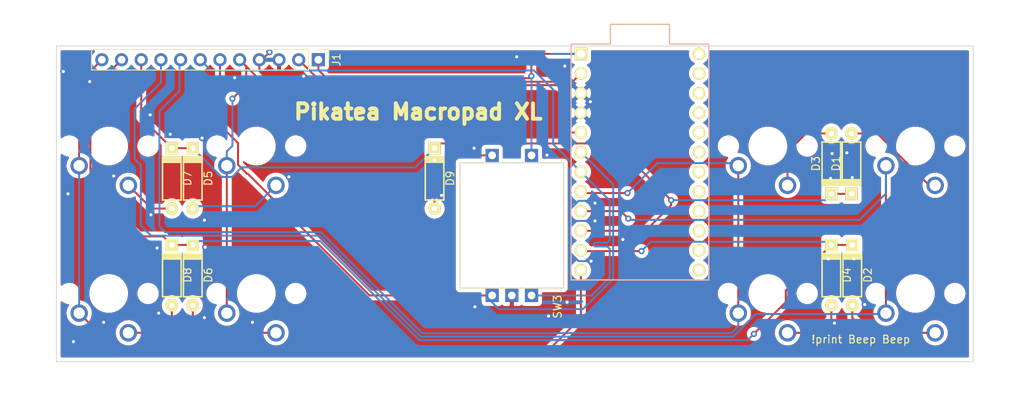
<source format=kicad_pcb>
(kicad_pcb (version 20171130) (host pcbnew "(5.1.5)-3")
  (layers (0 F.Cu signal) (31 B.Cu signal) (34 B.Paste user) (35 F.Paste user) (36 B.SilkS user) (37 F.SilkS user) (38 B.Mask user) (39 F.Mask user) (44 Edge.Cuts user))
  (net 0 "")
  (net 1 /D9)
  (net 2 /D7)
  (net 3 /D8)
  (net 4 /A4)
  (net 5 /A3)
  (net 6 /A0)
  (net 7 "Net-(J1-Pad2)")
  (net 8 GND)
  (net 9 /A)
  (net 10 /B)
  (net 11 /A10)
  (net 12 "Net-(D1-Pad2)")
  (net 13 "Net-(D2-Pad2)")
  (net 14 "Net-(D3-Pad2)")
  (net 15 "Net-(D4-Pad2)")
  (net 16 "Net-(D5-Pad2)")
  (net 17 "Net-(D6-Pad2)")
  (net 18 "Net-(D7-Pad2)")
  (net 19 "Net-(D8-Pad2)")
  (net 20 "Net-(D9-Pad2)")
  (module MX_Only:MXOnly-1U-NoLED (layer B.Cu) (at 95.051479 88.32366)
    (fp_text reference MX8)
    (fp_text value MX-LED)
    (pad 2 thru_hole circle (at 2.54 5.08) (size 2.25 2.25) (drill 1.47) (layers *.Cu F.Mask) (net 18 "Net-(D7-Pad2)"))
    (pad "" np_thru_hole circle (at 0 0) (size 3.9878 3.9878) (drill 3.9878) (layers *.Cu *.Mask))
    (pad 1 thru_hole circle (at -3.81 2.54) (size 2.25 2.25) (drill 1.47) (layers *.Cu F.Mask) (net 4 /A4))
    (pad "" np_thru_hole circle (at -5.08 0 311.9004) (size 1.75 1.75) (drill 1.75) (layers *.Cu *.Mask))
    (pad "" np_thru_hole circle (at 5.08 0 311.9004) (size 1.75 1.75) (drill 1.75) (layers *.Cu *.Mask))
  )
  (module MX_Only:MXOnly-1U-NoLED (layer B.Cu) (at 114.10148 88.32366)
    (fp_text reference MX7)
    (fp_text value MX-LED)
    (pad 2 thru_hole circle (at 2.54 5.08) (size 2.25 2.25) (drill 1.47) (layers *.Cu F.Mask) (net 16 "Net-(D5-Pad2)"))
    (pad "" np_thru_hole circle (at 0 0) (size 3.9878 3.9878) (drill 3.9878) (layers *.Cu *.Mask))
    (pad 1 thru_hole circle (at -3.81 2.54) (size 2.25 2.25) (drill 1.47) (layers *.Cu F.Mask) (net 3 /D8))
    (pad "" np_thru_hole circle (at -5.08 0 311.9004) (size 1.75 1.75) (drill 1.75) (layers *.Cu *.Mask))
    (pad "" np_thru_hole circle (at 5.08 0 311.9004) (size 1.75 1.75) (drill 1.75) (layers *.Cu *.Mask))
  )
  (module MX_Only:MXOnly-1U-NoLED (layer B.Cu) (at 180.10148 88.32366)
    (fp_text reference MX6)
    (fp_text value MX-LED)
    (pad 2 thru_hole circle (at 2.54 5.08) (size 2.25 2.25) (drill 1.47) (layers *.Cu F.Mask) (net 14 "Net-(D3-Pad2)"))
    (pad "" np_thru_hole circle (at 0 0) (size 3.9878 3.9878) (drill 3.9878) (layers *.Cu *.Mask))
    (pad 1 thru_hole circle (at -3.81 2.54) (size 2.25 2.25) (drill 1.47) (layers *.Cu F.Mask) (net 2 /D7))
    (pad "" np_thru_hole circle (at -5.08 0 311.9004) (size 1.75 1.75) (drill 1.75) (layers *.Cu *.Mask))
    (pad "" np_thru_hole circle (at 5.08 0 311.9004) (size 1.75 1.75) (drill 1.75) (layers *.Cu *.Mask))
  )
  (module MX_Only:MXOnly-1U-NoLED (layer B.Cu) (at 199.15148 88.32366)
    (fp_text reference MX5)
    (fp_text value MX-LED)
    (pad 2 thru_hole circle (at 2.54 5.08) (size 2.25 2.25) (drill 1.47) (layers *.Cu F.Mask) (net 12 "Net-(D1-Pad2)"))
    (pad "" np_thru_hole circle (at 0 0) (size 3.9878 3.9878) (drill 3.9878) (layers *.Cu *.Mask))
    (pad 1 thru_hole circle (at -3.81 2.54) (size 2.25 2.25) (drill 1.47) (layers *.Cu F.Mask) (net 1 /D9))
    (pad "" np_thru_hole circle (at -5.08 0 311.9004) (size 1.75 1.75) (drill 1.75) (layers *.Cu *.Mask))
    (pad "" np_thru_hole circle (at 5.08 0 311.9004) (size 1.75 1.75) (drill 1.75) (layers *.Cu *.Mask))
  )
  (module MX_Only:MXOnly-1U-NoLED (layer B.Cu) (at 95.051479 107.37366)
    (fp_text reference MX4)
    (fp_text value MX-LED)
    (pad 2 thru_hole circle (at 2.54 5.08) (size 2.25 2.25) (drill 1.47) (layers *.Cu F.Mask) (net 19 "Net-(D8-Pad2)"))
    (pad "" np_thru_hole circle (at 0 0) (size 3.9878 3.9878) (drill 3.9878) (layers *.Cu *.Mask))
    (pad 1 thru_hole circle (at -3.81 2.54) (size 2.25 2.25) (drill 1.47) (layers *.Cu F.Mask) (net 4 /A4))
    (pad "" np_thru_hole circle (at -5.08 0 311.9004) (size 1.75 1.75) (drill 1.75) (layers *.Cu *.Mask))
    (pad "" np_thru_hole circle (at 5.08 0 311.9004) (size 1.75 1.75) (drill 1.75) (layers *.Cu *.Mask))
  )
  (module MX_Only:MXOnly-1U-NoLED (layer B.Cu) (at 114.10148 107.373659)
    (fp_text reference MX3)
    (fp_text value MX-LED)
    (pad 2 thru_hole circle (at 2.54 5.08) (size 2.25 2.25) (drill 1.47) (layers *.Cu F.Mask) (net 17 "Net-(D6-Pad2)"))
    (pad "" np_thru_hole circle (at 0 0) (size 3.9878 3.9878) (drill 3.9878) (layers *.Cu *.Mask))
    (pad 1 thru_hole circle (at -3.81 2.54) (size 2.25 2.25) (drill 1.47) (layers *.Cu F.Mask) (net 3 /D8))
    (pad "" np_thru_hole circle (at -5.08 0 311.9004) (size 1.75 1.75) (drill 1.75) (layers *.Cu *.Mask))
    (pad "" np_thru_hole circle (at 5.08 0 311.9004) (size 1.75 1.75) (drill 1.75) (layers *.Cu *.Mask))
  )
  (module MX_Only:MXOnly-1U-NoLED (layer B.Cu) (at 180.10148 107.373659)
    (fp_text reference MX2)
    (fp_text value MX-LED)
    (pad 2 thru_hole circle (at 2.54 5.08) (size 2.25 2.25) (drill 1.47) (layers *.Cu F.Mask) (net 15 "Net-(D4-Pad2)"))
    (pad "" np_thru_hole circle (at 0 0) (size 3.9878 3.9878) (drill 3.9878) (layers *.Cu *.Mask))
    (pad 1 thru_hole circle (at -3.81 2.54) (size 2.25 2.25) (drill 1.47) (layers *.Cu F.Mask) (net 2 /D7))
    (pad "" np_thru_hole circle (at -5.08 0 311.9004) (size 1.75 1.75) (drill 1.75) (layers *.Cu *.Mask))
    (pad "" np_thru_hole circle (at 5.08 0 311.9004) (size 1.75 1.75) (drill 1.75) (layers *.Cu *.Mask))
  )
  (module MX_Only:MXOnly-1U-NoLED (layer B.Cu) (at 199.15148 107.373659)
    (fp_text reference MX1)
    (fp_text value MX-LED)
    (pad 2 thru_hole circle (at 2.54 5.08) (size 2.25 2.25) (drill 1.47) (layers *.Cu F.Mask) (net 13 "Net-(D2-Pad2)"))
    (pad "" np_thru_hole circle (at 0 0) (size 3.9878 3.9878) (drill 3.9878) (layers *.Cu *.Mask))
    (pad 1 thru_hole circle (at -3.81 2.54) (size 2.25 2.25) (drill 1.47) (layers *.Cu F.Mask) (net 1 /D9))
    (pad "" np_thru_hole circle (at -5.08 0 311.9004) (size 1.75 1.75) (drill 1.75) (layers *.Cu *.Mask))
    (pad "" np_thru_hole circle (at 5.08 0 311.9004) (size 1.75 1.75) (drill 1.75) (layers *.Cu *.Mask))
  )
  (module keyboard_parts:D_axial (layer F.Cu) (at 190.9 90.6 90)
    (fp_text reference D1 (at 0 -2 90) (layer F.SilkS))
    (fp_text value 1N4148W)
    (fp_line (start -2.075 -1.2) (end -2.075 1.2) (layer F.SilkS) (width 0.2))
    (fp_line (start -2.175 -1.2) (end -2.175 1.2) (layer F.SilkS) (width 0.2))
    (fp_line (start -2.275 -1.2) (end -2.275 1.2) (layer F.SilkS) (width 0.2))
    (fp_line (start -2.45 -1.2) (end -2.45 1.2) (layer F.SilkS) (width 0.2))
    (fp_line (start -2.625 -1.2) (end -2.625 1.2) (layer F.SilkS) (width 0.2))
    (fp_line (start -2.8 -1.2) (end -2.8 1.2) (layer F.SilkS) (width 0.2))
    (fp_line (start -2.8 -1.2) (end 2.8 -1.2) (layer F.SilkS) (width 0.2))
    (fp_line (start 2.8 -1.2) (end 2.8 1.2) (layer F.SilkS) (width 0.2))
    (fp_line (start 2.8 1.2) (end -2.8 1.2) (layer F.SilkS) (width 0.2))
    (pad 2 thru_hole circle (at 3.9 0 90) (size 1.6 1.6) (drill 0.7) (layers *.Cu *.Mask F.SilkS) (net 12 "Net-(D1-Pad2)"))
    (pad 1 thru_hole rect (at -3.9 0 90) (size 1.6 1.6) (drill 0.7) (layers *.Cu *.Mask F.SilkS) (net 5 /A3))
  )
  (module keyboard_parts:D_axial (layer F.Cu) (at 191 105 270)
    (fp_text reference D2 (at 0 -2 90) (layer F.SilkS))
    (fp_text value 1N4148W)
    (fp_line (start -2.075 -1.2) (end -2.075 1.2) (layer F.SilkS) (width 0.2))
    (fp_line (start -2.175 -1.2) (end -2.175 1.2) (layer F.SilkS) (width 0.2))
    (fp_line (start -2.275 -1.2) (end -2.275 1.2) (layer F.SilkS) (width 0.2))
    (fp_line (start -2.45 -1.2) (end -2.45 1.2) (layer F.SilkS) (width 0.2))
    (fp_line (start -2.625 -1.2) (end -2.625 1.2) (layer F.SilkS) (width 0.2))
    (fp_line (start -2.8 -1.2) (end -2.8 1.2) (layer F.SilkS) (width 0.2))
    (fp_line (start -2.8 -1.2) (end 2.8 -1.2) (layer F.SilkS) (width 0.2))
    (fp_line (start 2.8 -1.2) (end 2.8 1.2) (layer F.SilkS) (width 0.2))
    (fp_line (start 2.8 1.2) (end -2.8 1.2) (layer F.SilkS) (width 0.2))
    (pad 2 thru_hole circle (at 3.9 0 270) (size 1.6 1.6) (drill 0.7) (layers *.Cu *.Mask F.SilkS) (net 13 "Net-(D2-Pad2)"))
    (pad 1 thru_hole rect (at -3.9 0 270) (size 1.6 1.6) (drill 0.7) (layers *.Cu *.Mask F.SilkS) (net 6 /A0))
  )
  (module keyboard_parts:D_axial (layer F.Cu) (at 188.3 90.6 90)
    (fp_text reference D3 (at 0 -2 90) (layer F.SilkS))
    (fp_text value 1N4148W)
    (fp_line (start -2.075 -1.2) (end -2.075 1.2) (layer F.SilkS) (width 0.2))
    (fp_line (start -2.175 -1.2) (end -2.175 1.2) (layer F.SilkS) (width 0.2))
    (fp_line (start -2.275 -1.2) (end -2.275 1.2) (layer F.SilkS) (width 0.2))
    (fp_line (start -2.45 -1.2) (end -2.45 1.2) (layer F.SilkS) (width 0.2))
    (fp_line (start -2.625 -1.2) (end -2.625 1.2) (layer F.SilkS) (width 0.2))
    (fp_line (start -2.8 -1.2) (end -2.8 1.2) (layer F.SilkS) (width 0.2))
    (fp_line (start -2.8 -1.2) (end 2.8 -1.2) (layer F.SilkS) (width 0.2))
    (fp_line (start 2.8 -1.2) (end 2.8 1.2) (layer F.SilkS) (width 0.2))
    (fp_line (start 2.8 1.2) (end -2.8 1.2) (layer F.SilkS) (width 0.2))
    (pad 2 thru_hole circle (at 3.9 0 90) (size 1.6 1.6) (drill 0.7) (layers *.Cu *.Mask F.SilkS) (net 14 "Net-(D3-Pad2)"))
    (pad 1 thru_hole rect (at -3.9 0 90) (size 1.6 1.6) (drill 0.7) (layers *.Cu *.Mask F.SilkS) (net 5 /A3))
  )
  (module keyboard_parts:D_axial (layer F.Cu) (at 188.3 105 270)
    (fp_text reference D4 (at 0 -2 270) (layer F.SilkS))
    (fp_text value 1N4148W)
    (fp_line (start -2.075 -1.2) (end -2.075 1.2) (layer F.SilkS) (width 0.2))
    (fp_line (start -2.175 -1.2) (end -2.175 1.2) (layer F.SilkS) (width 0.2))
    (fp_line (start -2.275 -1.2) (end -2.275 1.2) (layer F.SilkS) (width 0.2))
    (fp_line (start -2.45 -1.2) (end -2.45 1.2) (layer F.SilkS) (width 0.2))
    (fp_line (start -2.625 -1.2) (end -2.625 1.2) (layer F.SilkS) (width 0.2))
    (fp_line (start -2.8 -1.2) (end -2.8 1.2) (layer F.SilkS) (width 0.2))
    (fp_line (start -2.8 -1.2) (end 2.8 -1.2) (layer F.SilkS) (width 0.2))
    (fp_line (start 2.8 -1.2) (end 2.8 1.2) (layer F.SilkS) (width 0.2))
    (fp_line (start 2.8 1.2) (end -2.8 1.2) (layer F.SilkS) (width 0.2))
    (pad 2 thru_hole circle (at 3.9 0 270) (size 1.6 1.6) (drill 0.7) (layers *.Cu *.Mask F.SilkS) (net 15 "Net-(D4-Pad2)"))
    (pad 1 thru_hole rect (at -3.9 0 270) (size 1.6 1.6) (drill 0.7) (layers *.Cu *.Mask F.SilkS) (net 6 /A0))
  )
  (module keyboard_parts:D_axial (layer F.Cu) (at 105.9 92.5 270)
    (fp_text reference D5 (at 0 -2 90) (layer F.SilkS))
    (fp_text value 1N4148W)
    (fp_line (start -2.075 -1.2) (end -2.075 1.2) (layer F.SilkS) (width 0.2))
    (fp_line (start -2.175 -1.2) (end -2.175 1.2) (layer F.SilkS) (width 0.2))
    (fp_line (start -2.275 -1.2) (end -2.275 1.2) (layer F.SilkS) (width 0.2))
    (fp_line (start -2.45 -1.2) (end -2.45 1.2) (layer F.SilkS) (width 0.2))
    (fp_line (start -2.625 -1.2) (end -2.625 1.2) (layer F.SilkS) (width 0.2))
    (fp_line (start -2.8 -1.2) (end -2.8 1.2) (layer F.SilkS) (width 0.2))
    (fp_line (start -2.8 -1.2) (end 2.8 -1.2) (layer F.SilkS) (width 0.2))
    (fp_line (start 2.8 -1.2) (end 2.8 1.2) (layer F.SilkS) (width 0.2))
    (fp_line (start 2.8 1.2) (end -2.8 1.2) (layer F.SilkS) (width 0.2))
    (pad 2 thru_hole circle (at 3.9 0 270) (size 1.6 1.6) (drill 0.7) (layers *.Cu *.Mask F.SilkS) (net 16 "Net-(D5-Pad2)"))
    (pad 1 thru_hole rect (at -3.9 0 270) (size 1.6 1.6) (drill 0.7) (layers *.Cu *.Mask F.SilkS) (net 5 /A3))
  )
  (module keyboard_parts:D_axial (layer F.Cu) (at 105.9 105 270)
    (fp_text reference D6 (at 0 -2 90) (layer F.SilkS))
    (fp_text value 1N4148W)
    (fp_line (start -2.075 -1.2) (end -2.075 1.2) (layer F.SilkS) (width 0.2))
    (fp_line (start -2.175 -1.2) (end -2.175 1.2) (layer F.SilkS) (width 0.2))
    (fp_line (start -2.275 -1.2) (end -2.275 1.2) (layer F.SilkS) (width 0.2))
    (fp_line (start -2.45 -1.2) (end -2.45 1.2) (layer F.SilkS) (width 0.2))
    (fp_line (start -2.625 -1.2) (end -2.625 1.2) (layer F.SilkS) (width 0.2))
    (fp_line (start -2.8 -1.2) (end -2.8 1.2) (layer F.SilkS) (width 0.2))
    (fp_line (start -2.8 -1.2) (end 2.8 -1.2) (layer F.SilkS) (width 0.2))
    (fp_line (start 2.8 -1.2) (end 2.8 1.2) (layer F.SilkS) (width 0.2))
    (fp_line (start 2.8 1.2) (end -2.8 1.2) (layer F.SilkS) (width 0.2))
    (pad 2 thru_hole circle (at 3.9 0 270) (size 1.6 1.6) (drill 0.7) (layers *.Cu *.Mask F.SilkS) (net 17 "Net-(D6-Pad2)"))
    (pad 1 thru_hole rect (at -3.9 0 270) (size 1.6 1.6) (drill 0.7) (layers *.Cu *.Mask F.SilkS) (net 6 /A0))
  )
  (module keyboard_parts:D_axial (layer F.Cu) (at 103.2 92.5 270)
    (fp_text reference D7 (at 0 -2 90) (layer F.SilkS))
    (fp_text value 1N4148W)
    (fp_line (start -2.075 -1.2) (end -2.075 1.2) (layer F.SilkS) (width 0.2))
    (fp_line (start -2.175 -1.2) (end -2.175 1.2) (layer F.SilkS) (width 0.2))
    (fp_line (start -2.275 -1.2) (end -2.275 1.2) (layer F.SilkS) (width 0.2))
    (fp_line (start -2.45 -1.2) (end -2.45 1.2) (layer F.SilkS) (width 0.2))
    (fp_line (start -2.625 -1.2) (end -2.625 1.2) (layer F.SilkS) (width 0.2))
    (fp_line (start -2.8 -1.2) (end -2.8 1.2) (layer F.SilkS) (width 0.2))
    (fp_line (start -2.8 -1.2) (end 2.8 -1.2) (layer F.SilkS) (width 0.2))
    (fp_line (start 2.8 -1.2) (end 2.8 1.2) (layer F.SilkS) (width 0.2))
    (fp_line (start 2.8 1.2) (end -2.8 1.2) (layer F.SilkS) (width 0.2))
    (pad 2 thru_hole circle (at 3.9 0 270) (size 1.6 1.6) (drill 0.7) (layers *.Cu *.Mask F.SilkS) (net 18 "Net-(D7-Pad2)"))
    (pad 1 thru_hole rect (at -3.9 0 270) (size 1.6 1.6) (drill 0.7) (layers *.Cu *.Mask F.SilkS) (net 5 /A3))
  )
  (module keyboard_parts:D_axial (layer F.Cu) (at 103.2 105 270)
    (fp_text reference D8 (at 0 -2 90) (layer F.SilkS))
    (fp_text value 1N4148W)
    (fp_line (start -2.075 -1.2) (end -2.075 1.2) (layer F.SilkS) (width 0.2))
    (fp_line (start -2.175 -1.2) (end -2.175 1.2) (layer F.SilkS) (width 0.2))
    (fp_line (start -2.275 -1.2) (end -2.275 1.2) (layer F.SilkS) (width 0.2))
    (fp_line (start -2.45 -1.2) (end -2.45 1.2) (layer F.SilkS) (width 0.2))
    (fp_line (start -2.625 -1.2) (end -2.625 1.2) (layer F.SilkS) (width 0.2))
    (fp_line (start -2.8 -1.2) (end -2.8 1.2) (layer F.SilkS) (width 0.2))
    (fp_line (start -2.8 -1.2) (end 2.8 -1.2) (layer F.SilkS) (width 0.2))
    (fp_line (start 2.8 -1.2) (end 2.8 1.2) (layer F.SilkS) (width 0.2))
    (fp_line (start 2.8 1.2) (end -2.8 1.2) (layer F.SilkS) (width 0.2))
    (pad 2 thru_hole circle (at 3.9 0 270) (size 1.6 1.6) (drill 0.7) (layers *.Cu *.Mask F.SilkS) (net 19 "Net-(D8-Pad2)"))
    (pad 1 thru_hole rect (at -3.9 0 270) (size 1.6 1.6) (drill 0.7) (layers *.Cu *.Mask F.SilkS) (net 6 /A0))
  )
  (module keyboard_parts:D_axial (layer F.Cu) (at 137.1 92.5 270)
    (fp_text reference D9 (at 0 -2 90) (layer F.SilkS))
    (fp_text value 1N4148W)
    (fp_line (start -2.075 -1.2) (end -2.075 1.2) (layer F.SilkS) (width 0.2))
    (fp_line (start -2.175 -1.2) (end -2.175 1.2) (layer F.SilkS) (width 0.2))
    (fp_line (start -2.275 -1.2) (end -2.275 1.2) (layer F.SilkS) (width 0.2))
    (fp_line (start -2.45 -1.2) (end -2.45 1.2) (layer F.SilkS) (width 0.2))
    (fp_line (start -2.625 -1.2) (end -2.625 1.2) (layer F.SilkS) (width 0.2))
    (fp_line (start -2.8 -1.2) (end -2.8 1.2) (layer F.SilkS) (width 0.2))
    (fp_line (start -2.8 -1.2) (end 2.8 -1.2) (layer F.SilkS) (width 0.2))
    (fp_line (start 2.8 -1.2) (end 2.8 1.2) (layer F.SilkS) (width 0.2))
    (fp_line (start 2.8 1.2) (end -2.8 1.2) (layer F.SilkS) (width 0.2))
    (pad 2 thru_hole circle (at 3.9 0 270) (size 1.6 1.6) (drill 0.7) (layers *.Cu *.Mask F.SilkS) (net 20 "Net-(D9-Pad2)"))
    (pad 1 thru_hole rect (at -3.9 0 270) (size 1.6 1.6) (drill 0.7) (layers *.Cu *.Mask F.SilkS) (net 5 /A3))
  )
  (module promicro:ProMicro (layer F.Cu) (at 163.6014 90.3859 270)
    (fp_text reference U1 hide)
    (fp_text value ProMicro)
    (fp_line (start 15.24 -8.89) (end 15.24 8.89) (layer B.SilkS) (width 0.15))
    (fp_line (start 15.24 8.89) (end -15.24 8.89) (layer B.SilkS) (width 0.15))
    (fp_line (start -15.24 8.89) (end -15.24 3.81) (layer B.SilkS) (width 0.15))
    (fp_line (start -15.24 3.81) (end -17.78 3.81) (layer B.SilkS) (width 0.15))
    (fp_line (start -17.78 3.81) (end -17.78 -3.81) (layer B.SilkS) (width 0.15))
    (fp_line (start -17.78 -3.81) (end -15.24 -3.81) (layer B.SilkS) (width 0.15))
    (fp_line (start -15.24 -3.81) (end -15.24 -8.89) (layer B.SilkS) (width 0.15))
    (fp_line (start -15.24 -8.89) (end 15.24 -8.89) (layer B.SilkS) (width 0.15))
    (fp_line (start -15.24 8.89) (end 15.24 8.89) (layer F.SilkS) (width 0.15))
    (fp_line (start -15.24 8.89) (end -15.24 3.81) (layer F.SilkS) (width 0.15))
    (fp_line (start -15.24 3.81) (end -17.78 3.81) (layer F.SilkS) (width 0.15))
    (fp_line (start -17.78 3.81) (end -17.78 -3.81) (layer F.SilkS) (width 0.15))
    (fp_line (start -17.78 -3.81) (end -15.24 -3.81) (layer F.SilkS) (width 0.15))
    (fp_line (start -15.24 -3.81) (end -15.24 -8.89) (layer F.SilkS) (width 0.15))
    (fp_line (start -15.24 -8.89) (end 15.24 -8.89) (layer F.SilkS) (width 0.15))
    (fp_line (start 15.24 -8.89) (end 15.24 8.89) (layer F.SilkS) (width 0.15))
    (pad 24 thru_hole circle (at -13.97 -7.62 270) (size 1.6 1.6) (drill 1.1) (layers *.Cu *.Mask F.SilkS))
    (pad 23 thru_hole circle (at -11.43 -7.62 270) (size 1.6 1.6) (drill 1.1) (layers *.Cu *.Mask F.SilkS))
    (pad 22 thru_hole circle (at -8.89 -7.62 270) (size 1.6 1.6) (drill 1.1) (layers *.Cu *.Mask F.SilkS))
    (pad 21 thru_hole circle (at -6.35 -7.62 270) (size 1.6 1.6) (drill 1.1) (layers *.Cu *.Mask F.SilkS))
    (pad 20 thru_hole circle (at -3.81 -7.62 270) (size 1.6 1.6) (drill 1.1) (layers *.Cu *.Mask F.SilkS))
    (pad 19 thru_hole circle (at -1.27 -7.62 270) (size 1.6 1.6) (drill 1.1) (layers *.Cu *.Mask F.SilkS))
    (pad 18 thru_hole circle (at 1.27 -7.62 270) (size 1.6 1.6) (drill 1.1) (layers *.Cu *.Mask F.SilkS))
    (pad 17 thru_hole circle (at 3.81 -7.62 270) (size 1.6 1.6) (drill 1.1) (layers *.Cu *.Mask F.SilkS))
    (pad 16 thru_hole circle (at 6.35 -7.62 270) (size 1.6 1.6) (drill 1.1) (layers *.Cu *.Mask F.SilkS))
    (pad 15 thru_hole circle (at 8.89 -7.62 270) (size 1.6 1.6) (drill 1.1) (layers *.Cu *.Mask F.SilkS))
    (pad 14 thru_hole circle (at 11.43 -7.62 270) (size 1.6 1.6) (drill 1.1) (layers *.Cu *.Mask F.SilkS))
    (pad 13 thru_hole circle (at 13.97 -7.62 270) (size 1.6 1.6) (drill 1.1) (layers *.Cu *.Mask F.SilkS))
    (pad 12 thru_hole circle (at 13.97 7.62 270) (size 1.6 1.6) (drill 1.1) (layers *.Cu *.Mask F.SilkS) (net 4 /A4))
    (pad 11 thru_hole circle (at 11.43 7.62 270) (size 1.6 1.6) (drill 1.1) (layers *.Cu *.Mask F.SilkS) (net 6 /A0))
    (pad 10 thru_hole circle (at 8.89 7.62 270) (size 1.6 1.6) (drill 1.1) (layers *.Cu *.Mask F.SilkS) (net 5 /A3))
    (pad 9 thru_hole circle (at 6.35 7.62 270) (size 1.6 1.6) (drill 1.1) (layers *.Cu *.Mask F.SilkS) (net 1 /D9))
    (pad 8 thru_hole circle (at 3.81 7.62 270) (size 1.6 1.6) (drill 1.1) (layers *.Cu *.Mask F.SilkS) (net 2 /D7))
    (pad 7 thru_hole circle (at 1.27 7.62 270) (size 1.6 1.6) (drill 1.1) (layers *.Cu *.Mask F.SilkS) (net 9 /A))
    (pad 6 thru_hole circle (at -1.27 7.62 270) (size 1.6 1.6) (drill 1.1) (layers *.Cu *.Mask F.SilkS) (net 10 /B))
    (pad 5 thru_hole circle (at -3.81 7.62 270) (size 1.6 1.6) (drill 1.1) (layers *.Cu *.Mask F.SilkS) (net 3 /D8))
    (pad 4 thru_hole circle (at -6.35 7.62 270) (size 1.6 1.6) (drill 1.1) (layers *.Cu *.Mask F.SilkS) (net 8 GND))
    (pad 3 thru_hole circle (at -8.89 7.62 270) (size 1.6 1.6) (drill 1.1) (layers *.Cu *.Mask F.SilkS) (net 8 GND))
    (pad 2 thru_hole circle (at -11.43 7.62 270) (size 1.6 1.6) (drill 1.1) (layers *.Cu *.Mask F.SilkS) (net 7 "Net-(J1-Pad2)"))
    (pad 1 thru_hole rect (at -13.97 7.62 270) (size 1.6 1.6) (drill 1.1) (layers *.Cu *.Mask F.SilkS) (net 11 /A10))
  )
  (module Connector_PinHeader_2.54mm:PinHeader_1x12_P2.54mm_Vertical (layer F.Cu) (at 122.1105 77.1779 270)
    (fp_text reference J1 (at 0 -2.33 90) (layer F.SilkS))
    (fp_text value Conn_01x12_Female)
    (fp_line (start -1.33 29.27) (end 1.33 29.27) (layer F.SilkS) (width 0.12))
    (fp_line (start -1.33 1.27) (end -1.33 29.27) (layer F.SilkS) (width 0.12))
    (fp_line (start 1.33 1.27) (end 1.33 29.27) (layer F.SilkS) (width 0.12))
    (fp_line (start -1.33 1.27) (end 1.33 1.27) (layer F.SilkS) (width 0.12))
    (fp_line (start -1.33 0) (end -1.33 -1.33) (layer F.SilkS) (width 0.12))
    (fp_line (start -1.33 -1.33) (end 0 -1.33) (layer F.SilkS) (width 0.12))
    (pad 12 thru_hole oval (at 0 27.94 270) (size 1.7 1.7) (drill 1) (layers *.Cu *.Mask) (net 4 /A4))
    (pad 11 thru_hole oval (at 0 25.4 270) (size 1.7 1.7) (drill 1) (layers *.Cu *.Mask) (net 6 /A0))
    (pad 10 thru_hole oval (at 0 22.86 270) (size 1.7 1.7) (drill 1) (layers *.Cu *.Mask) (net 5 /A3))
    (pad 9 thru_hole oval (at 0 20.32 270) (size 1.7 1.7) (drill 1) (layers *.Cu *.Mask) (net 1 /D9))
    (pad 8 thru_hole oval (at 0 17.78 270) (size 1.7 1.7) (drill 1) (layers *.Cu *.Mask) (net 2 /D7))
    (pad 7 thru_hole oval (at 0 15.24 270) (size 1.7 1.7) (drill 1) (layers *.Cu *.Mask) (net 9 /A))
    (pad 6 thru_hole oval (at 0 12.7 270) (size 1.7 1.7) (drill 1) (layers *.Cu *.Mask) (net 10 /B))
    (pad 5 thru_hole oval (at 0 10.16 270) (size 1.7 1.7) (drill 1) (layers *.Cu *.Mask) (net 3 /D8))
    (pad 4 thru_hole oval (at 0 7.62 270) (size 1.7 1.7) (drill 1) (layers *.Cu *.Mask) (net 8 GND))
    (pad 3 thru_hole oval (at 0 5.08 270) (size 1.7 1.7) (drill 1) (layers *.Cu *.Mask) (net 8 GND))
    (pad 2 thru_hole oval (at 0 2.54 270) (size 1.7 1.7) (drill 1) (layers *.Cu *.Mask) (net 7 "Net-(J1-Pad2)"))
    (pad 1 thru_hole rect (at 0 0 270) (size 1.7 1.7) (drill 1) (layers *.Cu *.Mask) (net 11 /A10))
  )
  (module "Pikatea Macropad Encoder Side Mount:Encoder-BI_EN11_HSM0E" (layer F.Cu) (at 147.07108 98.57994 90)
    (fp_text reference SW3 (at -10.5 5.9 90) (layer F.SilkS))
    (fp_text value Rotary_Encoder_Switch)
    (fp_line (start -8.1 6.7) (end -8.1 -6.7) (layer F.SilkS) (width 0.12))
    (fp_line (start 8.1 6.7) (end 8.1 -6.7) (layer F.SilkS) (width 0.12))
    (fp_line (start -8.1 -6.7) (end 8.1 -6.7) (layer F.SilkS) (width 0.12))
    (fp_line (start 8.1 6.7) (end -8.1 6.7) (layer F.SilkS) (width 0.12))
    (pad S1 thru_hole rect (at 9.05 -2.54 90) (size 1.7 1.7) (drill 1) (layers *.Cu *.Mask) (net 20 "Net-(D9-Pad2)"))
    (pad S2 thru_hole rect (at 9.05 2.54 90) (size 1.7 1.7) (drill 1) (layers *.Cu *.Mask) (net 11 /A10))
    (pad C thru_hole rect (at -9.05 0 90) (size 1.7 1.7) (drill 1) (layers *.Cu *.Mask) (net 8 GND))
    (pad B thru_hole rect (at -9.05 -2.54 90) (size 1.7 1.7) (drill 1) (layers *.Cu *.Mask) (net 10 /B))
    (pad A thru_hole rect (at -9.05 2.54 90) (size 1.7 1.7) (drill 1) (layers *.Cu *.Mask) (net 9 /A))
  )
  (gr_text "!print Beep Beep" (at 192.1 113.3) (layer F.SilkS) (effects (font (size 1 1))))
  (gr_text "Pikatea Macropad XL" (at 135 83.9) (layer F.SilkS) (effects (font (size 2 2) (thickness 0.5))))
  (gr_line (start 206.6 75.4) (end 88.3 75.4) (layer Edge.Cuts) (width 0.1))
  (gr_line (start 206.6 116.2) (end 206.6 75.4) (layer Edge.Cuts) (width 0.1))
  (gr_line (start 88.3 116.2) (end 206.6 116.2) (layer Edge.Cuts) (width 0.1))
  (gr_line (start 88.3 75.4) (end 88.3 116.2) (layer Edge.Cuts) (width 0.1))
  (gr_line (start 153.7327 90.5055) (end 153.7327 106.6555) (layer Edge.Cuts) (width 0.1))
  (gr_line (start 140.3827 90.5055) (end 153.7327 90.5055) (layer Edge.Cuts) (width 0.1))
  (gr_line (start 140.3827 106.6555) (end 140.3827 90.5055) (layer Edge.Cuts) (width 0.1))
  (gr_line (start 153.7327 106.6555) (end 140.3827 106.6555) (layer Edge.Cuts) (width 0.1))
  (segment (start 200.927482 93.40366) (end 201.69148 93.40366) (width 0.25) (layer F.Cu) (net 12))
  (segment (start 194.223822 86.7) (end 200.927482 93.40366) (width 0.25) (layer F.Cu) (net 12))
  (segment (start 190.9 86.7) (end 194.223822 86.7) (width 0.25) (layer F.Cu) (net 12))
  (segment (start 191 108.9) (end 191 110.5) (width 0.25) (layer F.Cu) (net 13))
  (segment (start 192.953659 112.453659) (end 201.69148 112.453659) (width 0.25) (layer F.Cu) (net 13))
  (segment (start 191 110.5) (end 192.953659 112.453659) (width 0.25) (layer F.Cu) (net 13))
  (segment (start 182.64148 89.087658) (end 182.64148 93.40366) (width 0.25) (layer F.Cu) (net 14))
  (segment (start 185.029138 86.7) (end 182.64148 89.087658) (width 0.25) (layer F.Cu) (net 14))
  (segment (start 188.3 86.7) (end 185.029138 86.7) (width 0.25) (layer F.Cu) (net 14))
  (segment (start 188.3 108.9) (end 188.3 110.7) (width 0.25) (layer F.Cu) (net 15))
  (segment (start 186.546341 112.453659) (end 182.64148 112.453659) (width 0.25) (layer F.Cu) (net 15))
  (segment (start 188.3 110.7) (end 186.546341 112.453659) (width 0.25) (layer F.Cu) (net 15))
  (segment (start 116.64148 93.40366) (end 113.94514 96.1) (width 0.25) (layer B.Cu) (net 16))
  (segment (start 106.2 96.1) (end 105.9 96.4) (width 0.25) (layer B.Cu) (net 16))
  (segment (start 113.94514 96.1) (end 106.2 96.1) (width 0.25) (layer B.Cu) (net 16))
  (segment (start 105.9 108.9) (end 105.9 111.5) (width 0.25) (layer F.Cu) (net 17))
  (segment (start 106.853659 112.453659) (end 116.64148 112.453659) (width 0.25) (layer F.Cu) (net 17))
  (segment (start 105.9 111.5) (end 106.853659 112.453659) (width 0.25) (layer F.Cu) (net 17))
  (segment (start 100.587819 96.4) (end 97.591479 93.40366) (width 0.25) (layer F.Cu) (net 18))
  (segment (start 103.2 96.4) (end 100.587819 96.4) (width 0.25) (layer F.Cu) (net 18))
  (segment (start 103.2 108.9) (end 103.2 110.3) (width 0.25) (layer F.Cu) (net 19))
  (segment (start 101.04634 112.45366) (end 97.591479 112.45366) (width 0.25) (layer F.Cu) (net 19))
  (segment (start 103.2 110.3) (end 101.04634 112.45366) (width 0.25) (layer F.Cu) (net 19))
  (segment (start 137.1 96.4) (end 137.1 91.7) (width 0.25) (layer F.Cu) (net 20))
  (segment (start 139.27006 89.52994) (end 144.53108 89.52994) (width 0.25) (layer F.Cu) (net 20))
  (segment (start 137.1 91.7) (end 139.27006 89.52994) (width 0.25) (layer F.Cu) (net 20))
  (segment (start 195.34148 107.879661) (end 195.34148 109.913659) (width 0.25) (layer F.Cu) (net 1))
  (segment (start 195.34148 90.86366) (end 195.34148 107.879661) (width 0.25) (layer F.Cu) (net 1))
  (segment (start 101.7905 80.1095) (end 101.7905 77.1779) (width 0.25) (layer B.Cu) (net 1))
  (segment (start 178.548824 110.025001) (end 175.623815 112.95001) (width 0.25) (layer B.Cu) (net 1))
  (segment (start 135.313599 112.950009) (end 122.26359 99.9) (width 0.25) (layer B.Cu) (net 1))
  (segment (start 122.26359 99.9) (end 100.5 99.9) (width 0.25) (layer B.Cu) (net 1))
  (segment (start 195.230138 110.025001) (end 178.548824 110.025001) (width 0.25) (layer B.Cu) (net 1))
  (segment (start 99.2 98.6) (end 99.2 90.8) (width 0.25) (layer B.Cu) (net 1))
  (segment (start 100.5 99.9) (end 99.2 98.6) (width 0.25) (layer B.Cu) (net 1))
  (segment (start 175.623815 112.95001) (end 135.313599 112.950009) (width 0.25) (layer B.Cu) (net 1))
  (segment (start 99.2 90.8) (end 98.4 90) (width 0.25) (layer B.Cu) (net 1))
  (segment (start 98.4 83.5) (end 101.7905 80.1095) (width 0.25) (layer B.Cu) (net 1))
  (segment (start 195.34148 109.913659) (end 195.230138 110.025001) (width 0.25) (layer B.Cu) (net 1))
  (segment (start 98.4 90) (end 98.4 83.5) (width 0.25) (layer B.Cu) (net 1))
  (segment (start 195.34148 90.86366) (end 195.34148 94.45852) (width 0.25) (layer B.Cu) (net 1))
  (via (at 162.1 97.7) (size 0.8) (drill 0.4) (layers F.Cu B.Cu) (net 1))
  (segment (start 162.260901 97.860901) (end 162.1 97.7) (width 0.25) (layer B.Cu) (net 1))
  (segment (start 195.34148 94.45852) (end 191.939099 97.860901) (width 0.25) (layer B.Cu) (net 1))
  (segment (start 191.939099 97.860901) (end 162.260901 97.860901) (width 0.25) (layer B.Cu) (net 1))
  (segment (start 161.1359 96.7359) (end 155.9814 96.7359) (width 0.25) (layer F.Cu) (net 1))
  (segment (start 162.1 97.7) (end 161.1359 96.7359) (width 0.25) (layer F.Cu) (net 1))
  (segment (start 176.29148 107.879661) (end 176.29148 109.913659) (width 0.25) (layer F.Cu) (net 2))
  (segment (start 176.29148 90.86366) (end 176.29148 107.879661) (width 0.25) (layer F.Cu) (net 2))
  (segment (start 104.2 81.2) (end 104.2 77.3084) (width 0.25) (layer B.Cu) (net 2))
  (segment (start 101.6 83.8) (end 104.2 81.2) (width 0.25) (layer B.Cu) (net 2))
  (segment (start 102.34999 99.44999) (end 101.6 98.7) (width 0.25) (layer B.Cu) (net 2))
  (segment (start 104.2 77.3084) (end 104.3305 77.1779) (width 0.25) (layer B.Cu) (net 2))
  (segment (start 176.29148 111.60852) (end 175.4 112.5) (width 0.25) (layer B.Cu) (net 2))
  (segment (start 101.6 98.7) (end 101.6 83.8) (width 0.25) (layer B.Cu) (net 2))
  (segment (start 176.29148 109.913659) (end 176.29148 111.60852) (width 0.25) (layer B.Cu) (net 2))
  (segment (start 122.44999 99.44999) (end 102.34999 99.44999) (width 0.25) (layer B.Cu) (net 2))
  (segment (start 175.4 112.5) (end 135.5 112.5) (width 0.25) (layer B.Cu) (net 2))
  (segment (start 135.5 112.5) (end 122.44999 99.44999) (width 0.25) (layer B.Cu) (net 2))
  (segment (start 165.869101 90.530899) (end 162 94.4) (width 0.25) (layer B.Cu) (net 2))
  (segment (start 176.29148 90.86366) (end 175.958719 90.530899) (width 0.25) (layer B.Cu) (net 2))
  (via (at 162 94.4) (size 0.8) (drill 0.4) (layers F.Cu B.Cu) (net 2))
  (segment (start 175.958719 90.530899) (end 165.869101 90.530899) (width 0.25) (layer B.Cu) (net 2))
  (segment (start 156.1855 94.4) (end 155.9814 94.1959) (width 0.25) (layer F.Cu) (net 2))
  (segment (start 162 94.4) (end 156.1855 94.4) (width 0.25) (layer F.Cu) (net 2))
  (segment (start 110.29148 109.913659) (end 110.29148 90.86366) (width 0.25) (layer F.Cu) (net 3))
  (segment (start 91.241479 109.91366) (end 91.241479 90.86366) (width 0.25) (layer B.Cu) (net 4))
  (segment (start 91.241479 80.106921) (end 94.1705 77.1779) (width 0.25) (layer F.Cu) (net 4))
  (segment (start 91.241479 90.86366) (end 91.241479 80.106921) (width 0.25) (layer F.Cu) (net 4))
  (segment (start 91.241479 109.91366) (end 96.327819 115) (width 0.25) (layer F.Cu) (net 4))
  (segment (start 96.327819 115) (end 151.5 115) (width 0.25) (layer F.Cu) (net 4))
  (segment (start 155.9814 110.5186) (end 155.9814 104.3559) (width 0.25) (layer F.Cu) (net 4))
  (segment (start 151.5 115) (end 155.9814 110.5186) (width 0.25) (layer F.Cu) (net 4))
  (segment (start 190.9 94.5) (end 188.3 94.5) (width 0.25) (layer F.Cu) (net 5))
  (segment (start 187.479099 95.320901) (end 167.620901 95.320901) (width 0.25) (layer B.Cu) (net 5))
  (segment (start 188.3 94.5) (end 187.479099 95.320901) (width 0.25) (layer B.Cu) (net 5))
  (segment (start 137.709101 87.990899) (end 137.1 88.6) (width 0.25) (layer B.Cu) (net 5))
  (segment (start 105.9 88.6) (end 103.2 88.6) (width 0.25) (layer F.Cu) (net 5))
  (segment (start 103.2 88.6) (end 100.3 85.7) (width 0.25) (layer F.Cu) (net 5))
  (segment (start 99.2505 84.6505) (end 100.3 85.7) (width 0.25) (layer F.Cu) (net 5))
  (segment (start 99.2505 77.1779) (end 99.2505 84.6505) (width 0.25) (layer F.Cu) (net 5))
  (segment (start 167.620901 95.320901) (end 167.620901 95.320901) (width 0.25) (layer B.Cu) (net 5))
  (via (at 167.620901 95.320901) (size 0.8) (drill 0.4) (layers F.Cu B.Cu) (net 5))
  (segment (start 137.709101 87.990899) (end 137.1 88.6) (width 0.25) (layer F.Cu) (net 5))
  (segment (start 160.290899 87.990899) (end 137.709101 87.990899) (width 0.25) (layer F.Cu) (net 5))
  (segment (start 167.620901 95.320901) (end 160.290899 87.990899) (width 0.25) (layer F.Cu) (net 5))
  (segment (start 167.620901 95.320901) (end 167.620901 95.979099) (width 0.25) (layer F.Cu) (net 5))
  (segment (start 164.3241 99.2759) (end 155.9814 99.2759) (width 0.25) (layer F.Cu) (net 5))
  (segment (start 167.620901 95.979099) (end 164.3241 99.2759) (width 0.25) (layer F.Cu) (net 5))
  (segment (start 106.823661 89.523661) (end 105.9 88.6) (width 0.25) (layer B.Cu) (net 5))
  (segment (start 137.1 88.6) (end 135.057439 90.642561) (width 0.25) (layer B.Cu) (net 5))
  (segment (start 191 101.1) (end 188.3 101.1) (width 0.25) (layer F.Cu) (net 6))
  (segment (start 103.2 101.1) (end 105.9 101.1) (width 0.25) (layer F.Cu) (net 6))
  (segment (start 182.420381 108.486732) (end 182.420381 106.979619) (width 0.25) (layer F.Cu) (net 6))
  (segment (start 178.307113 112.6) (end 178.307113 112.6) (width 0.25) (layer F.Cu) (net 6))
  (segment (start 182.420381 106.979619) (end 188.3 101.1) (width 0.25) (layer F.Cu) (net 6))
  (segment (start 103.2 101.1) (end 102.1 100) (width 0.25) (layer F.Cu) (net 6))
  (segment (start 92.503978 81.384422) (end 96.7105 77.1779) (width 0.25) (layer F.Cu) (net 6))
  (segment (start 92.69148 93.79148) (end 92.69148 84.044363) (width 0.25) (layer F.Cu) (net 6))
  (segment (start 92.69148 84.044363) (end 92.503978 83.856861) (width 0.25) (layer F.Cu) (net 6))
  (segment (start 98.9 100) (end 92.69148 93.79148) (width 0.25) (layer F.Cu) (net 6))
  (segment (start 92.503978 83.856861) (end 92.503978 81.384422) (width 0.25) (layer F.Cu) (net 6))
  (segment (start 102.1 100) (end 98.9 100) (width 0.25) (layer F.Cu) (net 6))
  (segment (start 178.307113 112.6) (end 182.420381 108.486732) (width 0.25) (layer F.Cu) (net 6))
  (via (at 178.307113 112.6) (size 0.8) (drill 0.4) (layers F.Cu B.Cu) (net 6))
  (segment (start 177.507095 113.400018) (end 135.127198 113.400018) (width 0.25) (layer B.Cu) (net 6))
  (segment (start 178.307113 112.6) (end 177.507095 113.400018) (width 0.25) (layer B.Cu) (net 6))
  (segment (start 135.127198 113.400018) (end 122.32718 100.6) (width 0.25) (layer B.Cu) (net 6))
  (segment (start 106.4 100.6) (end 105.9 101.1) (width 0.25) (layer B.Cu) (net 6))
  (segment (start 122.32718 100.6) (end 106.4 100.6) (width 0.25) (layer B.Cu) (net 6))
  (segment (start 188.3 101.1) (end 187.890899 100.690899) (width 0.25) (layer B.Cu) (net 6))
  (via (at 163.8 101.9) (size 0.8) (drill 0.4) (layers F.Cu B.Cu) (net 6))
  (segment (start 187.890899 100.690899) (end 165.009101 100.690899) (width 0.25) (layer B.Cu) (net 6))
  (segment (start 165.009101 100.690899) (end 163.8 101.9) (width 0.25) (layer B.Cu) (net 6))
  (segment (start 156.0655 101.9) (end 155.9814 101.8159) (width 0.25) (layer F.Cu) (net 6))
  (segment (start 163.8 101.9) (end 156.0655 101.9) (width 0.25) (layer F.Cu) (net 6))
  (segment (start 111.9505 77.332678) (end 111.9505 77.1779) (width 0.25) (layer F.Cu) (net 3))
  (segment (start 115.234957 80.462357) (end 111.9505 77.1779) (width 0.25) (layer F.Cu) (net 3))
  (segment (start 153.062358 80.462358) (end 115.234957 80.462357) (width 0.25) (layer F.Cu) (net 3))
  (segment (start 154.3759 86.5759) (end 153.7 85.9) (width 0.25) (layer F.Cu) (net 3))
  (segment (start 153.7 85.9) (end 153.7 81.1) (width 0.25) (layer F.Cu) (net 3))
  (segment (start 155.9814 86.5759) (end 154.3759 86.5759) (width 0.25) (layer F.Cu) (net 3))
  (segment (start 153.7 81.1) (end 153.062358 80.462358) (width 0.25) (layer F.Cu) (net 3))
  (segment (start 122.404948 80.012348) (end 119.5705 77.1779) (width 0.25) (layer F.Cu) (net 7))
  (segment (start 154.924952 80.012348) (end 122.404948 80.012348) (width 0.25) (layer F.Cu) (net 7))
  (segment (start 155.9814 78.9559) (end 154.924952 80.012348) (width 0.25) (layer F.Cu) (net 7))
  (segment (start 112.800499 80.422381) (end 111.01832 82.20456) (width 0.25) (layer F.Cu) (net 3))
  (segment (start 111.9505 77.1779) (end 112.800499 78.027899) (width 0.25) (layer F.Cu) (net 3))
  (via (at 111.01832 82.20456) (size 0.8) (drill 0.4) (layers F.Cu B.Cu) (net 3))
  (segment (start 112.800499 78.027899) (end 112.800499 80.422381) (width 0.25) (layer F.Cu) (net 3))
  (segment (start 110.29148 89.01978) (end 110.29148 90.86366) (width 0.25) (layer B.Cu) (net 3))
  (segment (start 111.01832 82.20456) (end 111.01832 88.29294) (width 0.25) (layer B.Cu) (net 3))
  (segment (start 111.01832 88.29294) (end 110.29148 89.01978) (width 0.25) (layer B.Cu) (net 3))
  (segment (start 134.615241 91.084759) (end 137.1 88.6) (width 0.25) (layer B.Cu) (net 5))
  (segment (start 112.216383 91.084759) (end 134.615241 91.084759) (width 0.25) (layer B.Cu) (net 5))
  (segment (start 110.987481 92.313661) (end 112.216383 91.084759) (width 0.25) (layer B.Cu) (net 5))
  (segment (start 105.9 88.6) (end 109.613661 92.313661) (width 0.25) (layer B.Cu) (net 5))
  (segment (start 109.613661 92.313661) (end 110.987481 92.313661) (width 0.25) (layer B.Cu) (net 5))
  (via (at 115.8 76.2) (size 0.8) (drill 0.4) (layers F.Cu B.Cu) (net 8))
  (via (at 157.2 82.6) (size 0.8) (drill 0.4) (layers F.Cu B.Cu) (net 8))
  (via (at 107.1 87.3) (size 0.8) (drill 0.4) (layers F.Cu B.Cu) (net 8))
  (via (at 107.4 97.9) (size 0.8) (drill 0.4) (layers F.Cu B.Cu) (net 8))
  (via (at 100.5 97.2) (size 0.8) (drill 0.4) (layers F.Cu B.Cu) (net 8))
  (via (at 103 86.8) (size 0.8) (drill 0.4) (layers F.Cu B.Cu) (net 8))
  (via (at 107.4 110.5) (size 0.8) (drill 0.4) (layers F.Cu B.Cu) (net 8))
  (via (at 101.5 109.9) (size 0.8) (drill 0.4) (layers F.Cu B.Cu) (net 8))
  (via (at 101.3 101.5) (size 0.8) (drill 0.4) (layers F.Cu B.Cu) (net 8))
  (via (at 107.5 101.4) (size 0.8) (drill 0.4) (layers F.Cu B.Cu) (net 8))
  (via (at 151.8 110.3) (size 0.8) (drill 0.4) (layers F.Cu B.Cu) (net 8))
  (via (at 142.3 109.1) (size 0.8) (drill 0.4) (layers F.Cu B.Cu) (net 8))
  (via (at 154.2 108.5) (size 0.8) (drill 0.4) (layers F.Cu B.Cu) (net 8))
  (via (at 188.7 111.2) (size 0.8) (drill 0.4) (layers F.Cu B.Cu) (net 8))
  (via (at 192.6 108.8) (size 0.8) (drill 0.4) (layers F.Cu B.Cu) (net 8))
  (via (at 187.9 102.9) (size 0.8) (drill 0.4) (layers F.Cu B.Cu) (net 8))
  (via (at 191.2 102.9) (size 0.8) (drill 0.4) (layers F.Cu B.Cu) (net 8))
  (via (at 188.4 89.3) (size 0.8) (drill 0.4) (layers F.Cu B.Cu) (net 8))
  (via (at 190.3 89.2) (size 0.8) (drill 0.4) (layers F.Cu B.Cu) (net 8))
  (via (at 191 92.4) (size 0.8) (drill 0.4) (layers F.Cu B.Cu) (net 8))
  (via (at 188.2 92.5) (size 0.8) (drill 0.4) (layers F.Cu B.Cu) (net 8))
  (via (at 157.3 103.2) (size 0.8) (drill 0.4) (layers F.Cu B.Cu) (net 8))
  (via (at 118.3 92.3) (size 0.8) (drill 0.4) (layers F.Cu B.Cu) (net 8))
  (via (at 95.7 92.2) (size 0.8) (drill 0.4) (layers F.Cu B.Cu) (net 8))
  (via (at 94.4 111.1) (size 0.8) (drill 0.4) (layers F.Cu B.Cu) (net 8))
  (via (at 113.6 111.1) (size 0.8) (drill 0.4) (layers F.Cu B.Cu) (net 8))
  (via (at 151.6 89.5) (size 0.8) (drill 0.4) (layers F.Cu B.Cu) (net 8))
  (via (at 142.2 88.6) (size 0.8) (drill 0.4) (layers F.Cu B.Cu) (net 8))
  (via (at 137.1 90.2) (size 0.8) (drill 0.4) (layers F.Cu B.Cu) (net 8))
  (via (at 138 94.7) (size 0.8) (drill 0.4) (layers F.Cu B.Cu) (net 8))
  (via (at 153.9 78) (size 0.8) (drill 0.4) (layers F.Cu B.Cu) (net 8))
  (via (at 120.2 79.3) (size 0.8) (drill 0.4) (layers F.Cu B.Cu) (net 8))
  (via (at 147.7 76.8) (size 0.8) (drill 0.4) (layers F.Cu B.Cu) (net 8))
  (via (at 100.4 84.3) (size 0.8) (drill 0.4) (layers F.Cu B.Cu) (net 8))
  (via (at 89.8 94.5) (size 0.8) (drill 0.4) (layers F.Cu B.Cu) (net 8))
  (via (at 161.4 100.4) (size 0.8) (drill 0.4) (layers F.Cu B.Cu) (net 8))
  (segment (start 155.700498 103.2) (end 154.6 102.099502) (width 0.25) (layer B.Cu) (net 8))
  (segment (start 157.3 103.2) (end 155.700498 103.2) (width 0.25) (layer B.Cu) (net 8))
  (segment (start 154.6 96.5) (end 155.7 95.4) (width 0.25) (layer B.Cu) (net 8))
  (via (at 157.8 95.7) (size 0.8) (drill 0.4) (layers F.Cu B.Cu) (net 8))
  (segment (start 155.7 95.4) (end 157.5 95.4) (width 0.25) (layer B.Cu) (net 8))
  (segment (start 157.5 95.4) (end 157.8 95.7) (width 0.25) (layer B.Cu) (net 8))
  (via (at 90.5 113.6) (size 0.8) (drill 0.4) (layers F.Cu B.Cu) (net 8))
  (via (at 89.2 78.7) (size 0.8) (drill 0.4) (layers F.Cu B.Cu) (net 8))
  (via (at 92.6 80) (size 0.8) (drill 0.4) (layers F.Cu B.Cu) (net 8))
  (via (at 157.8 98) (size 0.8) (drill 0.4) (layers F.Cu B.Cu) (net 8))
  (segment (start 154.6 98.8) (end 155.4 98) (width 0.25) (layer B.Cu) (net 8))
  (segment (start 154.6 98.8) (end 154.6 96.5) (width 0.25) (layer B.Cu) (net 8))
  (segment (start 155.4 98) (end 157.8 98) (width 0.25) (layer B.Cu) (net 8))
  (segment (start 154.6 102.099502) (end 154.6 98.8) (width 0.25) (layer B.Cu) (net 8))
  (via (at 111.3 79.5) (size 0.8) (drill 0.4) (layers F.Cu B.Cu) (net 8))
  (segment (start 117.0305 77.1779) (end 114.4905 77.1779) (width 0.25) (layer F.Cu) (net 8))
  (segment (start 114.8221 77.1779) (end 115.8 76.2) (width 0.25) (layer F.Cu) (net 8))
  (segment (start 114.4905 77.1779) (end 114.8221 77.1779) (width 0.25) (layer F.Cu) (net 8))
  (segment (start 114.4905 77.1779) (end 114.4905 78.3905) (width 0.25) (layer F.Cu) (net 8))
  (segment (start 115.4 79.3) (end 120.2 79.3) (width 0.25) (layer F.Cu) (net 8))
  (segment (start 114.4905 78.3905) (end 115.4 79.3) (width 0.25) (layer F.Cu) (net 8))
  (segment (start 120 79.5) (end 120.2 79.3) (width 0.25) (layer B.Cu) (net 8))
  (segment (start 111.3 79.5) (end 120 79.5) (width 0.25) (layer B.Cu) (net 8))
  (segment (start 149.61108 107.62994) (end 157.37006 107.62994) (width 0.25) (layer B.Cu) (net 9))
  (segment (start 157.37006 107.62994) (end 159.7 105.3) (width 0.25) (layer B.Cu) (net 9))
  (segment (start 159.7 95.3745) (end 155.9814 91.6559) (width 0.25) (layer B.Cu) (net 9))
  (segment (start 159.7 95.3745) (end 159.7 100.5) (width 0.25) (layer B.Cu) (net 9))
  (segment (start 159.7 100.5) (end 159.4 100.8) (width 0.25) (layer B.Cu) (net 9))
  (segment (start 159.4 100.8) (end 157.8 100.8) (width 0.25) (layer B.Cu) (net 9))
  (segment (start 157.8 100.8) (end 157.7 100.9) (width 0.25) (layer B.Cu) (net 9))
  (segment (start 157.7 100.9) (end 157.7 101.2) (width 0.25) (layer B.Cu) (net 9))
  (segment (start 157.7 101.2) (end 157.8 101.3) (width 0.25) (layer B.Cu) (net 9))
  (segment (start 157.8 101.3) (end 159.4 101.3) (width 0.25) (layer B.Cu) (net 9))
  (segment (start 159.7 101.6) (end 159.7 105.3) (width 0.25) (layer B.Cu) (net 9))
  (segment (start 159.4 101.3) (end 159.7 101.6) (width 0.25) (layer B.Cu) (net 9))
  (segment (start 149.935348 78.562346) (end 108.254946 78.562346) (width 0.25) (layer B.Cu) (net 9))
  (segment (start 108.254946 78.562346) (end 106.8705 77.1779) (width 0.25) (layer B.Cu) (net 9))
  (segment (start 155.9814 91.6559) (end 152.4 88.0745) (width 0.25) (layer B.Cu) (net 9))
  (segment (start 152.4 81.026998) (end 149.935348 78.562346) (width 0.25) (layer B.Cu) (net 9))
  (segment (start 152.4 88.0745) (end 152.4 81.026998) (width 0.25) (layer B.Cu) (net 9))
  (segment (start 144.53108 107.62994) (end 144.53108 108.53108) (width 0.25) (layer B.Cu) (net 10))
  (segment (start 144.53108 108.53108) (end 145.4 109.4) (width 0.25) (layer B.Cu) (net 10))
  (segment (start 160.15001 93.28451) (end 155.9814 89.1159) (width 0.25) (layer B.Cu) (net 10))
  (segment (start 156.23641 109.4) (end 160.15001 105.4864) (width 0.25) (layer B.Cu) (net 10))
  (segment (start 160.15001 105.4864) (end 160.15001 93.28451) (width 0.25) (layer B.Cu) (net 10))
  (segment (start 145.4 109.4) (end 156.23641 109.4) (width 0.25) (layer B.Cu) (net 10))
  (segment (start 144.53108 107.62994) (end 128.721758 107.62994) (width 0.25) (layer F.Cu) (net 10))
  (segment (start 112.991818 91.9) (end 112.9 91.9) (width 0.25) (layer F.Cu) (net 10))
  (segment (start 128.721758 107.62994) (end 112.991818 91.9) (width 0.25) (layer F.Cu) (net 10))
  (segment (start 112.9 91.9) (end 111.741481 90.741481) (width 0.25) (layer F.Cu) (net 10))
  (segment (start 111.741481 87.941481) (end 109.4105 85.6105) (width 0.25) (layer F.Cu) (net 10))
  (segment (start 111.741481 90.741481) (end 111.741481 87.941481) (width 0.25) (layer F.Cu) (net 10))
  (segment (start 109.4105 85.6105) (end 109.4105 77.1779) (width 0.25) (layer F.Cu) (net 10))
  (segment (start 151.9841 76.4159) (end 155.9814 76.4159) (width 0.25) (layer B.Cu) (net 11))
  (segment (start 149.61108 89.52994) (end 149.61108 80.78198) (width 0.25) (layer B.Cu) (net 11))
  (segment (start 149.61108 80.78198) (end 149.6 80.7709) (width 0.25) (layer B.Cu) (net 11))
  (segment (start 149.6 77.8) (end 150.9841 76.4159) (width 0.25) (layer F.Cu) (net 11))
  (segment (start 149.6 77.9318) (end 149.6 77.8) (width 0.25) (layer F.Cu) (net 11))
  (segment (start 155.9814 76.4159) (end 150.9841 76.4159) (width 0.25) (layer F.Cu) (net 11))
  (segment (start 149.61108 80.78198) (end 149.61108 79.41108) (width 0.25) (layer B.Cu) (net 11))
  (segment (start 149.61108 79.41108) (end 149.587347 79.387347) (width 0.25) (layer B.Cu) (net 11))
  (via (at 149.587347 79.287347) (size 0.8) (drill 0.4) (layers F.Cu B.Cu) (net 11))
  (segment (start 149.587347 79.387347) (end 149.587347 79.287347) (width 0.25) (layer B.Cu) (net 11))
  (segment (start 149.587347 77.944453) (end 149.6 77.9318) (width 0.25) (layer F.Cu) (net 11))
  (segment (start 149.587347 79.287347) (end 149.587347 77.944453) (width 0.25) (layer F.Cu) (net 11))
  (segment (start 149.337662 79.562338) (end 123.162338 79.562338) (width 0.25) (layer F.Cu) (net 11))
  (segment (start 122.1105 78.5105) (end 122.1105 77.1779) (width 0.25) (layer F.Cu) (net 11))
  (segment (start 123.162338 79.562338) (end 122.1105 78.5105) (width 0.25) (layer F.Cu) (net 11))
  (segment (start 149.587347 79.287347) (end 149.587347 79.312653) (width 0.25) (layer F.Cu) (net 11))
  (segment (start 149.587347 79.312653) (end 149.337662 79.562338) (width 0.25) (layer F.Cu) (net 11))
  (zone (net 8) (net_name GND) (layer F.Cu) (connect_pads (clearance 0.508)) (min_thickness 0.254) (fill yes (arc_segments 32) (thermal_gap 0.508) (thermal_bridge_width 0.508))
    (polygon (pts (xy 210.7 118.2) (xy 85.6 118.2) (xy 85.6 72.3) (xy 210.7 71.3)))
  )
  (zone (net 8) (net_name GND) (layer B.Cu) (connect_pads (clearance 0.508)) (min_thickness 0.254) (fill yes (arc_segments 32) (thermal_gap 0.508) (thermal_bridge_width 0.508))
    (polygon (pts (xy 211.4 118.8) (xy 85.1 118.8) (xy 85.1 71.5) (xy 211.4 71.5)))
  )
)
</source>
